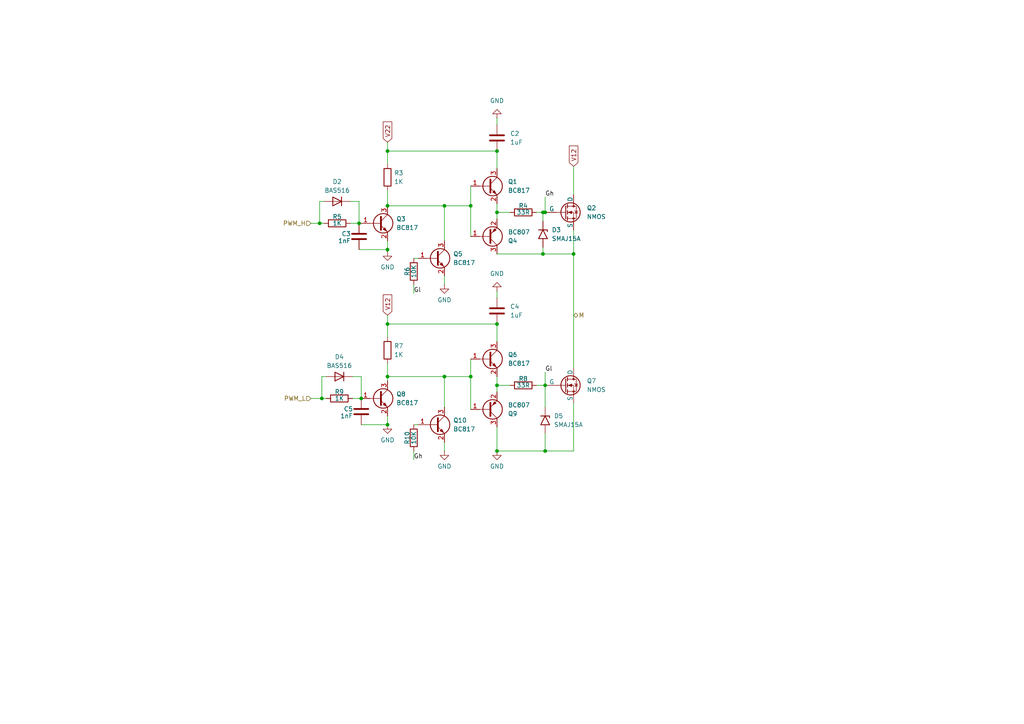
<source format=kicad_sch>
(kicad_sch (version 20250114) (generator "eeschema") (generator_version "9.0")
  (paper "A4")
  (lib_symbols
    (symbol "Device:C" (pin_numbers (hide yes)) (pin_names (offset 0.254))
      (property "Reference" "C" (at 0.635 2.54 0))
      (property "Value" "C" (at 0.635 -2.54 0))
      (symbol "C_0_1"
        (polyline (pts (xy -2.032 0.762) (xy 2.032 0.762)) (stroke (width 0.508)))
        (polyline (pts (xy -2.032 -0.762) (xy 2.032 -0.762)) (stroke (width 0.508)))
      )
      (symbol "C_1_1"
        (pin passive line (at 0 3.81 270) (length 2.794) (name "~") (number "1"))
        (pin passive line (at 0 -3.81 90) (length 2.794) (name "~") (number "2"))
      )
    )
    (symbol "Device:R" (pin_numbers (hide yes)) (pin_names (offset 0))
      (property "Reference" "R" (at 2.032 0 90))
      (property "Value" "R" (at 0 0 90))
      (symbol "R_0_1"
        (rectangle (start -1.016 -2.54) (end 1.016 2.54) (stroke (width 0.254)))
      )
      (symbol "R_1_1"
        (pin passive line (at 0 3.81 270) (length 1.27) (name "~") (number "1"))
        (pin passive line (at 0 -3.81 90) (length 1.27) (name "~") (number "2"))
      )
    )
    (symbol "Diode:BAS516" (pin_numbers (hide yes)) (pin_names (hide yes))
      (property "Reference" "D" (at 0 2.54 0))
      (property "Value" "BAS516" (at 0 -2.54 0))
      (symbol "BAS516_0_1"
        (polyline (pts (xy -1.27 1.27) (xy -1.27 -1.27)) (stroke (width 0.254)))
        (polyline (pts (xy 1.27 1.27) (xy 1.27 -1.27) (xy -1.27 0) (xy 1.27 1.27)) (stroke (width 0.254)))
        (polyline (pts (xy 1.27 0) (xy -1.27 0)))
      )
      (symbol "BAS516_1_1"
        (pin passive line (at -3.81 0 0) (length 2.54) (name "K") (number "1"))
        (pin passive line (at 3.81 0 180) (length 2.54) (name "A") (number "2"))
      )
    )
    (symbol "Diode:SMAJ15A" (pin_numbers (hide yes)) (pin_names (offset 1.016) (hide yes))
      (property "Reference" "D" (at 0 2.54 0))
      (property "Value" "SMAJ15A" (at 0 -2.54 0))
      (symbol "SMAJ15A_0_1"
        (polyline (pts (xy -0.762 1.27) (xy -1.27 1.27) (xy -1.27 -1.27)) (stroke (width 0.254)))
        (polyline (pts (xy 1.27 1.27) (xy 1.27 -1.27) (xy -1.27 0) (xy 1.27 1.27)) (stroke (width 0.254)))
      )
      (symbol "SMAJ15A_1_1"
        (pin passive line (at -3.81 0 0) (length 2.54) (name "A1") (number "1"))
        (pin passive line (at 3.81 0 180) (length 2.54) (name "A2") (number "2"))
      )
    )
    (symbol "Simulation_SPICE:NMOS" (pin_numbers (hide yes)) (pin_names (offset 0))
      (property "Reference" "Q" (at 5.08 1.27 0))
      (property "Value" "NMOS" (at 5.08 -1.27 0))
      (symbol "NMOS_0_1"
        (polyline (pts (xy 0.254 1.905) (xy 0.254 -1.905)) (stroke (width 0.254)))
        (polyline (pts (xy 0.254 0) (xy -2.54 0)))
        (polyline (pts (xy 0.762 2.286) (xy 0.762 1.27)) (stroke (width 0.254)))
        (polyline (pts (xy 0.762 0.508) (xy 0.762 -0.508)) (stroke (width 0.254)))
        (polyline (pts (xy 0.762 -1.27) (xy 0.762 -2.286)) (stroke (width 0.254)))
        (polyline (pts (xy 0.762 -1.778) (xy 3.302 -1.778) (xy 3.302 1.778) (xy 0.762 1.778)))
        (polyline (pts (xy 1.016 0) (xy 2.032 0.381) (xy 2.032 -0.381) (xy 1.016 0)) (fill (type outline)))
        (circle (center 1.651 0) (radius 2.794) (stroke (width 0.254)))
        (polyline (pts (xy 2.54 2.54) (xy 2.54 1.778)))
        (circle (center 2.54 1.778) (radius 0.254) (fill (type outline)))
        (circle (center 2.54 -1.778) (radius 0.254) (fill (type outline)))
        (polyline (pts (xy 2.54 -2.54) (xy 2.54 0) (xy 0.762 0)))
        (polyline (pts (xy 2.794 0.508) (xy 2.921 0.381) (xy 3.683 0.381) (xy 3.81 0.254)))
        (polyline (pts (xy 3.302 0.381) (xy 2.921 -0.254) (xy 3.683 -0.254) (xy 3.302 0.381)))
      )
      (symbol "NMOS_1_1"
        (pin input line (at -5.08 0 0) (length 2.54) (name "G") (number "2"))
        (pin passive line (at 2.54 5.08 270) (length 2.54) (name "D") (number "1"))
        (pin passive line (at 2.54 -5.08 90) (length 2.54) (name "S") (number "3"))
      )
    )
    (symbol "Transistor_BJT:BC807" (pin_names (offset 0) (hide yes))
      (property "Reference" "Q" (at 5.08 1.905 0))
      (property "Value" "BC807" (at 5.08 0 0))
      (symbol "BC807_0_1"
        (polyline (pts (xy -2.54 0) (xy 0.635 0)))
        (polyline (pts (xy 0.635 1.905) (xy 0.635 -1.905)) (stroke (width 0.508)))
        (polyline (pts (xy 0.635 0.635) (xy 2.54 2.54)))
        (polyline (pts (xy 0.635 -0.635) (xy 2.54 -2.54)))
        (circle (center 1.27 0) (radius 2.8194) (stroke (width 0.254)))
        (polyline (pts (xy 2.286 -1.778) (xy 1.778 -2.286) (xy 1.27 -1.27) (xy 2.286 -1.778)) (fill (type outline)))
      )
      (symbol "BC807_1_1"
        (pin input line (at -5.08 0 0) (length 2.54) (name "B") (number "1"))
        (pin passive line (at 2.54 5.08 270) (length 2.54) (name "C") (number "3"))
        (pin passive line (at 2.54 -5.08 90) (length 2.54) (name "E") (number "2"))
      )
    )
    (symbol "Transistor_BJT:BC817" (pin_names (offset 0) (hide yes))
      (property "Reference" "Q" (at 5.08 1.905 0))
      (property "Value" "BC817" (at 5.08 0 0))
      (symbol "BC817_0_1"
        (polyline (pts (xy -2.54 0) (xy 0.635 0)))
        (polyline (pts (xy 0.635 1.905) (xy 0.635 -1.905)) (stroke (width 0.508)))
        (circle (center 1.27 0) (radius 2.8194) (stroke (width 0.254)))
      )
      (symbol "BC817_1_1"
        (polyline (pts (xy 0.635 0.635) (xy 2.54 2.54)))
        (polyline (pts (xy 0.635 -0.635) (xy 2.54 -2.54)))
        (polyline (pts (xy 1.27 -1.778) (xy 1.778 -1.27) (xy 2.286 -2.286) (xy 1.27 -1.778)) (fill (type outline)))
        (pin input line (at -5.08 0 0) (length 2.54) (name "B") (number "1"))
        (pin passive line (at 2.54 5.08 270) (length 2.54) (name "C") (number "3"))
        (pin passive line (at 2.54 -5.08 90) (length 2.54) (name "E") (number "2"))
      )
    )
    (symbol "power:GND" (power) (pin_numbers (hide yes)) (pin_names (offset 0) (hide yes))
      (property "Value" "GND" (at 0 -3.81 0))
      (symbol "GND_0_1"
        (polyline (pts (xy 0 0) (xy 0 -1.27) (xy 1.27 -1.27) (xy 0 -2.54) (xy -1.27 -1.27) (xy 0 -1.27)))
      )
      (symbol "GND_1_1"
        (pin power_in line (at 0 0 270) (length 0) (name "~") (number "1"))
      )
    )
  )
  (junction (at 136.525 109.22))
  (junction (at 158.115 111.76))
  (junction (at 144.145 130.81))
  (junction (at 158.115 130.81))
  (junction (at 144.145 43.815))
  (junction (at 92.71 64.77))
  (junction (at 144.145 93.98))
  (junction (at 158.115 61.595))
  (junction (at 112.395 43.815))
  (junction (at 144.145 111.76))
  (junction (at 144.145 61.595))
  (junction (at 104.14 64.77))
  (junction (at 157.48 73.66))
  (junction (at 112.395 123.19))
  (junction (at 112.395 93.98))
  (junction (at 112.395 59.69))
  (junction (at 157.48 61.595))
  (junction (at 128.905 109.22))
  (junction (at 166.37 73.66))
  (junction (at 104.775 115.57))
  (junction (at 128.905 59.69))
  (junction (at 93.345 115.57))
  (junction (at 112.395 109.22))
  (junction (at 136.525 59.69))
  (junction (at 112.395 72.39))
  (wire (pts (xy 136.525 104.14) (xy 136.525 109.22)))
  (wire (pts (xy 128.905 128.27) (xy 128.905 130.81)))
  (wire (pts (xy 157.48 61.595) (xy 157.48 64.135)))
  (wire (pts (xy 128.905 80.01) (xy 128.905 82.55)))
  (wire (pts (xy 101.6 64.77) (xy 104.14 64.77)))
  (wire (pts (xy 144.145 109.22) (xy 144.145 111.76)))
  (wire (pts (xy 102.235 115.57) (xy 104.775 115.57)))
  (wire (pts (xy 112.395 120.65) (xy 112.395 123.19)))
  (wire (pts (xy 136.525 59.69) (xy 136.525 68.58)))
  (wire (pts (xy 155.575 111.76) (xy 158.115 111.76)))
  (wire (pts (xy 136.525 109.22) (xy 136.525 118.745)))
  (wire (pts (xy 144.145 61.595) (xy 147.955 61.595)))
  (wire (pts (xy 166.37 130.81) (xy 158.115 130.81)))
  (wire (pts (xy 144.145 111.76) (xy 144.145 113.665)))
  (wire (pts (xy 94.615 109.22) (xy 93.345 109.22)))
  (wire (pts (xy 128.905 59.69) (xy 128.905 69.85)))
  (wire (pts (xy 112.395 91.44) (xy 112.395 93.98)))
  (wire (pts (xy 90.17 64.77) (xy 92.71 64.77)))
  (wire (pts (xy 158.115 111.76) (xy 158.115 118.11)))
  (wire (pts (xy 102.235 109.22) (xy 104.775 109.22)))
  (wire (pts (xy 158.115 107.95) (xy 158.115 111.76)))
  (wire (pts (xy 92.71 64.77) (xy 93.98 64.77)))
  (wire (pts (xy 112.395 41.275) (xy 112.395 43.815)))
  (wire (pts (xy 90.17 115.57) (xy 93.345 115.57)))
  (wire (pts (xy 158.115 125.73) (xy 158.115 130.81)))
  (wire (pts (xy 166.37 73.66) (xy 166.37 106.68)))
  (wire (pts (xy 112.395 69.85) (xy 112.395 72.39)))
  (wire (pts (xy 128.905 109.22) (xy 136.525 109.22)))
  (wire (pts (xy 144.145 73.66) (xy 157.48 73.66)))
  (wire (pts (xy 144.145 84.455) (xy 144.145 86.36)))
  (wire (pts (xy 144.145 93.98) (xy 112.395 93.98)))
  (wire (pts (xy 93.98 58.42) (xy 92.71 58.42)))
  (wire (pts (xy 120.015 82.55) (xy 120.015 85.09)))
  (wire (pts (xy 120.015 123.19) (xy 121.285 123.19)))
  (wire (pts (xy 157.48 71.755) (xy 157.48 73.66)))
  (wire (pts (xy 144.145 43.815) (xy 112.395 43.815)))
  (wire (pts (xy 112.395 59.69) (xy 128.905 59.69)))
  (wire (pts (xy 104.775 123.19) (xy 112.395 123.19)))
  (wire (pts (xy 155.575 61.595) (xy 157.48 61.595)))
  (wire (pts (xy 144.145 130.81) (xy 144.145 123.825)))
  (wire (pts (xy 112.395 72.39) (xy 112.395 73.025)))
  (wire (pts (xy 166.37 48.26) (xy 166.37 56.515)))
  (wire (pts (xy 144.145 99.06) (xy 144.145 93.98)))
  (wire (pts (xy 158.115 111.76) (xy 158.75 111.76)))
  (wire (pts (xy 112.395 109.22) (xy 128.905 109.22)))
  (wire (pts (xy 157.48 73.66) (xy 166.37 73.66)))
  (wire (pts (xy 144.145 34.29) (xy 144.145 36.195)))
  (wire (pts (xy 158.115 57.15) (xy 158.115 61.595)))
  (wire (pts (xy 92.71 58.42) (xy 92.71 64.77)))
  (wire (pts (xy 158.115 61.595) (xy 158.75 61.595)))
  (wire (pts (xy 144.145 61.595) (xy 144.145 63.5)))
  (wire (pts (xy 144.145 111.76) (xy 147.955 111.76)))
  (wire (pts (xy 93.345 109.22) (xy 93.345 115.57)))
  (wire (pts (xy 144.145 59.055) (xy 144.145 61.595)))
  (wire (pts (xy 144.145 48.895) (xy 144.145 43.815)))
  (wire (pts (xy 120.015 74.93) (xy 121.285 74.93)))
  (wire (pts (xy 136.525 59.69) (xy 136.525 53.975)))
  (wire (pts (xy 166.37 73.66) (xy 166.37 66.675)))
  (wire (pts (xy 104.14 64.77) (xy 104.775 64.77)))
  (wire (pts (xy 158.115 130.81) (xy 144.145 130.81)))
  (wire (pts (xy 112.395 43.815) (xy 112.395 47.625)))
  (wire (pts (xy 112.395 105.41) (xy 112.395 109.22)))
  (wire (pts (xy 157.48 61.595) (xy 158.115 61.595)))
  (wire (pts (xy 93.345 115.57) (xy 94.615 115.57)))
  (wire (pts (xy 112.395 55.245) (xy 112.395 59.69)))
  (wire (pts (xy 112.395 109.22) (xy 112.395 110.49)))
  (wire (pts (xy 120.015 130.81) (xy 120.015 133.35)))
  (wire (pts (xy 104.14 72.39) (xy 112.395 72.39)))
  (wire (pts (xy 104.14 58.42) (xy 104.14 64.77)))
  (wire (pts (xy 101.6 58.42) (xy 104.14 58.42)))
  (wire (pts (xy 166.37 116.84) (xy 166.37 130.81)))
  (wire (pts (xy 128.905 59.69) (xy 136.525 59.69)))
  (wire (pts (xy 104.775 109.22) (xy 104.775 115.57)))
  (wire (pts (xy 112.395 93.98) (xy 112.395 97.79)))
  (wire (pts (xy 128.905 118.11) (xy 128.905 109.22)))
  (label "Gl" (at 120.015 85.09 0))
  (label "Gl" (at 158.115 107.95 0))
  (label "Gh" (at 158.115 57.15 0))
  (label "Gh" (at 120.015 133.35 0))
  (global_label "V12" (shape input) (at 166.37 48.26 90) (property "Intersheetrefs" "${INTERSHEET_REFS}" (effects (hide yes))))
  (global_label "V22" (shape input) (at 112.395 41.275 90) (property "Intersheetrefs" "${INTERSHEET_REFS}" (effects (hide yes))))
  (global_label "V12" (shape input) (at 112.395 91.44 90) (property "Intersheetrefs" "${INTERSHEET_REFS}" (effects (hide yes))))
  (hierarchical_label "PWM_L" (shape input) (at 90.17 115.57 180))
  (hierarchical_label "PWM_H" (shape input) (at 90.17 64.77 180))
  (hierarchical_label "M" (shape bidirectional) (at 166.37 91.44 0))
  (symbol (lib_id "Diode:BAS516") (at 98.425 109.22 180) (unit 1)
    (property "Reference" "D8" (at 98.425 103.505 0))
    (property "Value" "BAS516" (at 98.425 106.045 0))
    (property "Footprint" "Diode_SMD:D_SOD-323F" (effects (hide yes)))
    (property "Datasheet" "https://assets.nexperia.com/documents/data-sheet/BAS16_SER.pdf" (effects (hide yes)))
    (property "Description" "100V, 0.25A, High-speed Switching Diode, SOD-523" (effects (hide yes)))
    (property "Sim.Device" "D" (effects (hide yes)))
    (property "Sim.Pins" "1=K 2=A" (effects (hide yes)))
    (instances (project "volante" (path "" (reference "D4") (unit 1)) (path "" (reference "D8") (unit 1))))
  )
  (symbol (lib_id "Device:C") (at 144.145 90.17 0) (unit 1)
    (property "Reference" "C8" (at 147.955 88.8999 0) (effects (justify left)))
    (property "Value" "1uF" (at 147.955 91.4399 0) (effects (justify left)))
    (property "Description" "Ceramica de 50V (ou 35V) x7r" (effects (hide yes)))
    (instances (project "volante" (path "" (reference "C4") (unit 1)) (path "" (reference "C8") (unit 1))))
  )
  (symbol (lib_id "Transistor_BJT:BC817") (at 109.855 64.77 0) (unit 1)
    (property "Reference" "Q13" (at 114.935 63.4999 0) (effects (justify left)))
    (property "Value" "BC817" (at 114.935 66.0399 0) (effects (justify left)))
    (property "Footprint" "Package_TO_SOT_SMD:SOT-23" (effects (hide yes)))
    (property "Datasheet" "https://www.onsemi.com/pub/Collateral/BC818-D.pdf" (effects (hide yes)))
    (property "Description" "0.8A Ic, 45V Vce, NPN Transistor, SOT-23" (effects (hide yes)))
    (instances (project "volante" (path "" (reference "Q3") (unit 1)) (path "" (reference "Q13") (unit 1))))
  )
  (symbol (lib_id "Transistor_BJT:BC817") (at 141.605 104.14 0) (unit 1)
    (property "Reference" "Q16" (at 147.32 102.8699 0) (effects (justify left)))
    (property "Value" "BC817" (at 147.32 105.4099 0) (effects (justify left)))
    (property "Footprint" "Package_TO_SOT_SMD:SOT-23" (effects (hide yes)))
    (property "Datasheet" "https://www.onsemi.com/pub/Collateral/BC818-D.pdf" (effects (hide yes)))
    (property "Description" "0.8A Ic, 45V Vce, NPN Transistor, SOT-23" (effects (hide yes)))
    (instances (project "volante" (path "" (reference "Q6") (unit 1)) (path "" (reference "Q16") (unit 1))))
  )
  (symbol (lib_id "Transistor_BJT:BC817") (at 126.365 74.93 0) (unit 1)
    (property "Reference" "Q15" (at 131.445 73.6599 0) (effects (justify left)))
    (property "Value" "BC817" (at 131.445 76.1999 0) (effects (justify left)))
    (property "Footprint" "Package_TO_SOT_SMD:SOT-23" (effects (hide yes)))
    (property "Datasheet" "https://www.onsemi.com/pub/Collateral/BC818-D.pdf" (effects (hide yes)))
    (property "Description" "0.8A Ic, 45V Vce, NPN Transistor, SOT-23" (effects (hide yes)))
    (instances (project "volante" (path "" (reference "Q5") (unit 1)) (path "" (reference "Q15") (unit 1))))
  )
  (symbol (lib_id "Device:R") (at 112.395 51.435 0) (unit 1)
    (property "Reference" "R11" (at 114.3 50.1649 0) (effects (justify left)))
    (property "Value" "1K" (at 114.3 52.7049 0) (effects (justify left)))
    (property "Description" "Resistor" (effects (hide yes)))
    (instances (project "volante" (path "" (reference "R3") (unit 1)) (path "" (reference "R11") (unit 1))))
  )
  (symbol (lib_id "Device:R") (at 151.765 111.76 90) (unit 1)
    (property "Reference" "R16" (at 151.765 109.855 90))
    (property "Value" "33R" (at 151.765 111.76 90))
    (property "Description" "Resistor" (effects (hide yes)))
    (instances (project "volante" (path "" (reference "R8") (unit 1)) (path "" (reference "R16") (unit 1))))
  )
  (symbol (lib_id "Device:R") (at 112.395 101.6 0) (unit 1)
    (property "Reference" "R15" (at 114.3 100.3299 0) (effects (justify left)))
    (property "Value" "1K" (at 114.3 102.8699 0) (effects (justify left)))
    (property "Description" "Resistor" (effects (hide yes)))
    (instances (project "volante" (path "" (reference "R7") (unit 1)) (path "" (reference "R15") (unit 1))))
  )
  (symbol (lib_id "Device:R") (at 120.015 127 180) (unit 1)
    (property "Reference" "R18" (at 118.11 127 90))
    (property "Value" "10K" (at 120.015 127 90))
    (property "Description" "Resistor" (effects (hide yes)))
    (instances (project "volante" (path "" (reference "R10") (unit 1)) (path "" (reference "R18") (unit 1))))
  )
  (symbol (lib_id "power:GND") (at 144.145 130.81 0) (unit 1)
    (property "Reference" "#PWR017" (effects (hide yes)))
    (property "Value" "GND" (at 144.145 135.255 0))
    (property "Description" "Power symbol creates a global label with name \"GND\" , ground" (effects (hide yes)))
    (instances (project "volante" (path "" (reference "#PWR010") (unit 1)) (path "" (reference "#PWR017") (unit 1))))
  )
  (symbol (lib_id "Transistor_BJT:BC817") (at 141.605 53.975 0) (unit 1)
    (property "Reference" "Q11" (at 147.32 52.7049 0) (effects (justify left)))
    (property "Value" "BC817" (at 147.32 55.2449 0) (effects (justify left)))
    (property "Footprint" "Package_TO_SOT_SMD:SOT-23" (effects (hide yes)))
    (property "Datasheet" "https://www.onsemi.com/pub/Collateral/BC818-D.pdf" (effects (hide yes)))
    (property "Description" "0.8A Ic, 45V Vce, NPN Transistor, SOT-23" (effects (hide yes)))
    (instances (project "volante" (path "" (reference "Q1") (unit 1)) (path "" (reference "Q11") (unit 1))))
  )
  (symbol (lib_id "power:GND") (at 128.905 82.55 0) (unit 1)
    (property "Reference" "#PWR013" (effects (hide yes)))
    (property "Value" "GND" (at 128.905 86.995 0))
    (property "Description" "Power symbol creates a global label with name \"GND\" , ground" (effects (hide yes)))
    (instances (project "volante" (path "" (reference "#PWR06") (unit 1)) (path "" (reference "#PWR013") (unit 1))))
  )
  (symbol (lib_id "Device:R") (at 151.765 61.595 90) (unit 1)
    (property "Reference" "R12" (at 151.765 59.69 90))
    (property "Value" "33R" (at 151.765 61.595 90))
    (property "Description" "Resistor" (effects (hide yes)))
    (instances (project "volante" (path "" (reference "R4") (unit 1)) (path "" (reference "R12") (unit 1))))
  )
  (symbol (lib_id "Device:C") (at 104.775 119.38 0) (unit 1)
    (property "Reference" "C9" (at 99.695 118.618 0) (effects (justify left)))
    (property "Value" "1nF" (at 98.679 120.65 0) (effects (justify left)))
    (property "Description" "Ceramica de 50V (ou 35V) x7r" (effects (hide yes)))
    (instances (project "volante" (path "" (reference "C5") (unit 1)) (path "" (reference "C9") (unit 1))))
  )
  (symbol (lib_id "Device:R") (at 120.015 78.74 180) (unit 1)
    (property "Reference" "R14" (at 118.11 78.74 90))
    (property "Value" "10K" (at 120.015 78.74 90))
    (property "Description" "Resistor" (effects (hide yes)))
    (instances (project "volante" (path "" (reference "R6") (unit 1)) (path "" (reference "R14") (unit 1))))
  )
  (symbol (lib_id "Transistor_BJT:BC807") (at 141.605 68.58 0) (mirror x) (unit 1)
    (property "Reference" "Q14" (at 147.32 69.8501 0) (effects (justify left)))
    (property "Value" "BC807" (at 147.32 67.3101 0) (effects (justify left)))
    (property "Footprint" "Package_TO_SOT_SMD:SOT-23" (effects (hide yes)))
    (property "Datasheet" "https://www.onsemi.com/pub/Collateral/BC808-D.pdf" (effects (hide yes)))
    (property "Description" "0.8A Ic, 45V Vce, PNP Transistor, SOT-23" (effects (hide yes)))
    (instances (project "volante" (path "" (reference "Q4") (unit 1)) (path "" (reference "Q14") (unit 1))))
  )
  (symbol (lib_id "Transistor_BJT:BC807") (at 141.605 118.745 0) (mirror x) (unit 1)
    (property "Reference" "Q19" (at 147.32 120.0151 0) (effects (justify left)))
    (property "Value" "BC807" (at 147.32 117.4751 0) (effects (justify left)))
    (property "Footprint" "Package_TO_SOT_SMD:SOT-23" (effects (hide yes)))
    (property "Datasheet" "https://www.onsemi.com/pub/Collateral/BC808-D.pdf" (effects (hide yes)))
    (property "Description" "0.8A Ic, 45V Vce, PNP Transistor, SOT-23" (effects (hide yes)))
    (instances (project "volante" (path "" (reference "Q9") (unit 1)) (path "" (reference "Q19") (unit 1))))
  )
  (symbol (lib_id "Device:R") (at 98.425 115.57 90) (unit 1)
    (property "Reference" "R17" (at 98.425 113.665 90))
    (property "Value" "1K" (at 98.425 115.57 90))
    (property "Description" "Resistor" (effects (hide yes)))
    (instances (project "volante" (path "" (reference "R9") (unit 1)) (path "" (reference "R17") (unit 1))))
  )
  (symbol (lib_id "Device:C") (at 104.14 68.58 0) (unit 1)
    (property "Reference" "C7" (at 99.06 67.818 0) (effects (justify left)))
    (property "Value" "1nF" (at 98.044 69.85 0) (effects (justify left)))
    (property "Description" "Ceramica de 50V (ou 35V) x7r" (effects (hide yes)))
    (instances (project "volante" (path "" (reference "C3") (unit 1)) (path "" (reference "C7") (unit 1))))
  )
  (symbol (lib_id "Simulation_SPICE:NMOS") (at 163.83 61.595 0) (unit 1)
    (property "Reference" "Q12" (at 170.18 60.3249 0) (effects (justify left)))
    (property "Value" "NMOS" (at 170.18 62.8649 0) (effects (justify left)))
    (property "Footprint" "Package_TO_SOT_THT:TO-251-3_Vertical" (effects (hide yes)))
    (property "Datasheet" "https://ngspice.sourceforge.io/docs/ngspice-html-manual/manual.xhtml#cha_MOSFETs" (effects (hide yes)))
    (property "Description" "N-MOSFET transistor, drain/source/gate" (effects (hide yes)))
    (property "Sim.Device" "NMOS" (effects (hide yes)))
    (property "Sim.Type" "VDMOS" (effects (hide yes)))
    (property "Sim.Pins" "1=D 2=G 3=S" (effects (hide yes)))
    (instances (project "volante" (path "" (reference "Q2") (unit 1)) (path "" (reference "Q12") (unit 1))))
  )
  (symbol (lib_id "Device:C") (at 144.145 40.005 0) (unit 1)
    (property "Reference" "C6" (at 147.955 38.7349 0) (effects (justify left)))
    (property "Value" "1uF" (at 147.955 41.2749 0) (effects (justify left)))
    (property "Description" "Ceramica de 50V (ou 35V) x7r" (effects (hide yes)))
    (instances (project "volante" (path "" (reference "C2") (unit 1)) (path "" (reference "C6") (unit 1))))
  )
  (symbol (lib_id "power:GND") (at 128.905 130.81 0) (unit 1)
    (property "Reference" "#PWR016" (effects (hide yes)))
    (property "Value" "GND" (at 128.905 135.255 0))
    (property "Description" "Power symbol creates a global label with name \"GND\" , ground" (effects (hide yes)))
    (instances (project "volante" (path "" (reference "#PWR09") (unit 1)) (path "" (reference "#PWR016") (unit 1))))
  )
  (symbol (lib_id "power:GND") (at 112.395 73.025 0) (unit 1)
    (property "Reference" "#PWR012" (effects (hide yes)))
    (property "Value" "GND" (at 112.395 77.47 0))
    (property "Description" "Power symbol creates a global label with name \"GND\" , ground" (effects (hide yes)))
    (instances (project "volante" (path "" (reference "#PWR03") (unit 1)) (path "" (reference "#PWR012") (unit 1))))
  )
  (symbol (lib_id "Transistor_BJT:BC817") (at 126.365 123.19 0) (unit 1)
    (property "Reference" "Q20" (at 131.445 121.9199 0) (effects (justify left)))
    (property "Value" "BC817" (at 131.445 124.4599 0) (effects (justify left)))
    (property "Footprint" "Package_TO_SOT_SMD:SOT-23" (effects (hide yes)))
    (property "Datasheet" "https://www.onsemi.com/pub/Collateral/BC818-D.pdf" (effects (hide yes)))
    (property "Description" "0.8A Ic, 45V Vce, NPN Transistor, SOT-23" (effects (hide yes)))
    (instances (project "volante" (path "" (reference "Q10") (unit 1)) (path "" (reference "Q20") (unit 1))))
  )
  (symbol (lib_id "Simulation_SPICE:NMOS") (at 163.83 111.76 0) (unit 1)
    (property "Reference" "Q17" (at 170.18 110.4899 0) (effects (justify left)))
    (property "Value" "NMOS" (at 170.18 113.0299 0) (effects (justify left)))
    (property "Footprint" "Package_TO_SOT_THT:TO-251-3_Vertical" (effects (hide yes)))
    (property "Datasheet" "https://ngspice.sourceforge.io/docs/ngspice-html-manual/manual.xhtml#cha_MOSFETs" (effects (hide yes)))
    (property "Description" "N-MOSFET transistor, drain/source/gate" (effects (hide yes)))
    (property "Sim.Device" "NMOS" (effects (hide yes)))
    (property "Sim.Type" "VDMOS" (effects (hide yes)))
    (property "Sim.Pins" "1=D 2=G 3=S" (effects (hide yes)))
    (instances (project "volante" (path "" (reference "Q7") (unit 1)) (path "" (reference "Q17") (unit 1))))
  )
  (symbol (lib_id "Diode:BAS516") (at 97.79 58.42 180) (unit 1)
    (property "Reference" "D6" (at 97.79 52.705 0))
    (property "Value" "BAS516" (at 97.79 55.245 0))
    (property "Footprint" "Diode_SMD:D_SOD-323F" (effects (hide yes)))
    (property "Datasheet" "https://assets.nexperia.com/documents/data-sheet/BAS16_SER.pdf" (effects (hide yes)))
    (property "Description" "100V, 0.25A, High-speed Switching Diode, SOD-523" (effects (hide yes)))
    (property "Sim.Device" "D" (effects (hide yes)))
    (property "Sim.Pins" "1=K 2=A" (effects (hide yes)))
    (instances (project "volante" (path "" (reference "D2") (unit 1)) (path "" (reference "D6") (unit 1))))
  )
  (symbol (lib_id "Device:R") (at 97.79 64.77 90) (unit 1)
    (property "Reference" "R13" (at 97.79 62.865 90))
    (property "Value" "1K" (at 97.79 64.77 90))
    (property "Description" "Resistor" (effects (hide yes)))
    (instances (project "volante" (path "" (reference "R5") (unit 1)) (path "" (reference "R13") (unit 1))))
  )
  (symbol (lib_id "Transistor_BJT:BC817") (at 109.855 115.57 0) (unit 1)
    (property "Reference" "Q18" (at 114.935 114.2999 0) (effects (justify left)))
    (property "Value" "BC817" (at 114.935 116.8399 0) (effects (justify left)))
    (property "Footprint" "Package_TO_SOT_SMD:SOT-23" (effects (hide yes)))
    (property "Datasheet" "https://www.onsemi.com/pub/Collateral/BC818-D.pdf" (effects (hide yes)))
    (property "Description" "0.8A Ic, 45V Vce, NPN Transistor, SOT-23" (effects (hide yes)))
    (instances (project "volante" (path "" (reference "Q8") (unit 1)) (path "" (reference "Q18") (unit 1))))
  )
  (symbol (lib_id "power:GND") (at 144.145 84.455 180) (unit 1)
    (property "Reference" "#PWR014" (effects (hide yes)))
    (property "Value" "GND" (at 144.145 79.375 0))
    (property "Description" "Power symbol creates a global label with name \"GND\" , ground" (effects (hide yes)))
    (instances (project "volante" (path "" (reference "#PWR07") (unit 1)) (path "" (reference "#PWR014") (unit 1))))
  )
  (symbol (lib_id "Diode:SMAJ15A") (at 158.115 121.92 270) (unit 1)
    (property "Reference" "D9" (at 160.655 120.6499 90) (effects (justify left)))
    (property "Value" "SMAJ15A" (at 160.655 123.1899 90) (effects (justify left)))
    (property "Footprint" "Diode_SMD:D_SMA" (effects (hide yes)))
    (property "Datasheet" "https://www.littelfuse.com/media?resourcetype=datasheets&itemid=75e32973-b177-4ee3-a0ff-cedaf1abdb93&filename=smaj-datasheet" (effects (hide yes)))
    (property "Description" "400W unidirectional Transient Voltage Suppressor, 15.0Vr, SMA(DO-214AC)" (effects (hide yes)))
    (instances (project "volante" (path "" (reference "D5") (unit 1)) (path "" (reference "D9") (unit 1))))
  )
  (symbol (lib_id "power:GND") (at 144.145 34.29 180) (unit 1)
    (property "Reference" "#PWR011" (effects (hide yes)))
    (property "Value" "GND" (at 144.145 29.21 0))
    (property "Description" "Power symbol creates a global label with name \"GND\" , ground" (effects (hide yes)))
    (instances (project "volante" (path "" (reference "#PWR02") (unit 1)) (path "" (reference "#PWR011") (unit 1))))
  )
  (symbol (lib_id "Diode:SMAJ15A") (at 157.48 67.945 270) (unit 1)
    (property "Reference" "D7" (at 160.02 66.6749 90) (effects (justify left)))
    (property "Value" "SMAJ15A" (at 160.02 69.2149 90) (effects (justify left)))
    (property "Footprint" "Diode_SMD:D_SMA" (effects (hide yes)))
    (property "Datasheet" "https://www.littelfuse.com/media?resourcetype=datasheets&itemid=75e32973-b177-4ee3-a0ff-cedaf1abdb93&filename=smaj-datasheet" (effects (hide yes)))
    (property "Description" "400W unidirectional Transient Voltage Suppressor, 15.0Vr, SMA(DO-214AC)" (effects (hide yes)))
    (instances (project "volante" (path "" (reference "D3") (unit 1)) (path "" (reference "D7") (unit 1))))
  )
  (symbol (lib_id "power:GND") (at 112.395 123.19 0) (unit 1)
    (property "Reference" "#PWR015" (effects (hide yes)))
    (property "Value" "GND" (at 112.395 127.635 0))
    (property "Description" "Power symbol creates a global label with name \"GND\" , ground" (effects (hide yes)))
    (instances (project "volante" (path "" (reference "#PWR08") (unit 1)) (path "" (reference "#PWR015") (unit 1))))
  )
)
</source>
